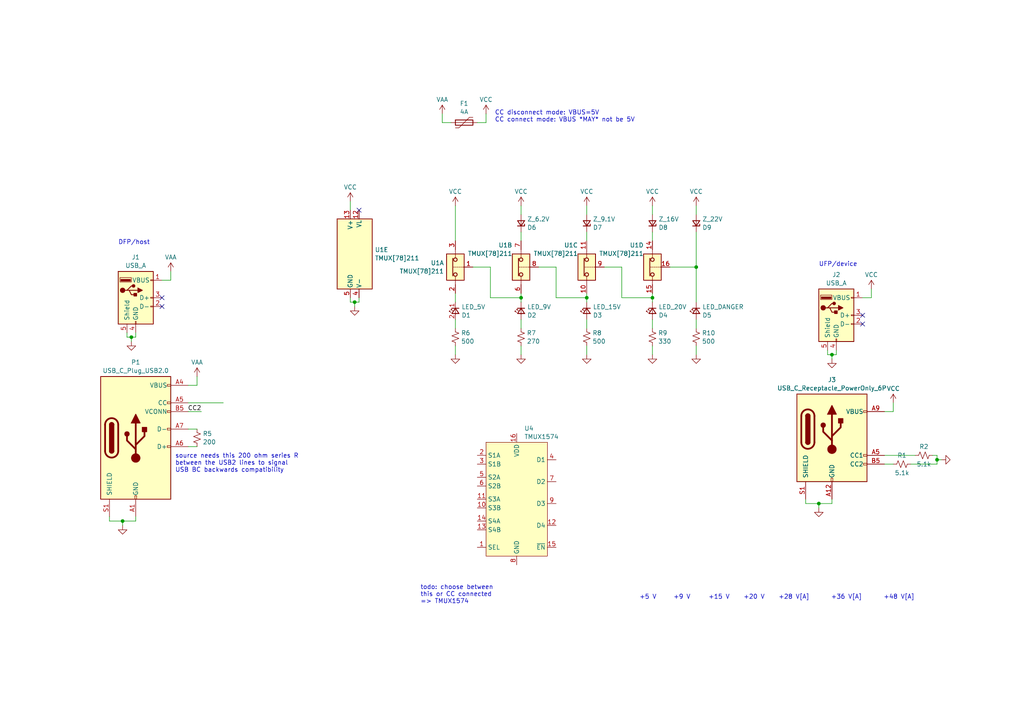
<source format=kicad_sch>
(kicad_sch (version 20230121) (generator eeschema)
  (paper "A4")
  (lib_symbols
    (symbol "Analog_Switch:MAX312CUE" (pin_names (offset 0.254))
      (property "Reference" "U" (at -3.175 5.334 0))
      (property "Value" "MAX312CUE" (at -3.175 3.556 0))
      (symbol "MAX312CUE_1_1"
        (rectangle (start -3.81 2.54) (end 3.81 -2.54) (stroke (width 0.254)) (fill (type background)))
        (circle (center -2.159 0) (radius 0.508) (stroke (width 0.254)))
        (polyline (pts (xy -5.08 0) (xy -2.794 0)))
        (polyline (pts (xy -2.54 0.762) (xy 2.54 0.762)) (stroke (width 0.254)))
        (polyline (pts (xy 0 -2.54) (xy 0 -2.032)))
        (polyline (pts (xy 0 -1.778) (xy 0 -1.524)))
        (polyline (pts (xy 0 -1.27) (xy 0 -1.016)))
        (polyline (pts (xy 0 -0.762) (xy 0 -0.508)))
        (polyline (pts (xy 0 -0.254) (xy 0 0)))
        (polyline (pts (xy 0 0.254) (xy 0 0.508)))
        (polyline (pts (xy 5.08 0) (xy 2.794 0)))
        (circle (center 2.159 0) (radius 0.508) (stroke (width 0.254)))
        (pin input line (at 0 -5.08 90) (length 2.54) (name "~") (number "1"))
        (pin passive line (at -7.62 0 0) (length 2.54) (name "~") (number "2"))
        (pin passive line (at 7.62 0 180) (length 2.54) (name "~") (number "3"))
      )
      (symbol "MAX312CUE_2_1"
        (rectangle (start -3.81 2.54) (end 3.81 -2.54) (stroke (width 0.254)) (fill (type background)))
        (circle (center -2.159 0) (radius 0.508) (stroke (width 0.254)))
        (polyline (pts (xy -5.08 0) (xy -2.794 0)))
        (polyline (pts (xy -2.54 0.762) (xy 2.54 0.762)) (stroke (width 0.254)))
        (polyline (pts (xy 0 -2.54) (xy 0 -2.032)))
        (polyline (pts (xy 0 -1.778) (xy 0 -1.524)))
        (polyline (pts (xy 0 -1.27) (xy 0 -1.016)))
        (polyline (pts (xy 0 -0.762) (xy 0 -0.508)))
        (polyline (pts (xy 0 -0.254) (xy 0 0)))
        (polyline (pts (xy 0 0.254) (xy 0 0.508)))
        (polyline (pts (xy 5.08 0) (xy 2.794 0)))
        (circle (center 2.159 0) (radius 0.508) (stroke (width 0.254)))
        (pin passive line (at -7.62 0 0) (length 2.54) (name "~") (number "6"))
        (pin passive line (at 7.62 0 180) (length 2.54) (name "~") (number "7"))
        (pin input line (at 0 -5.08 90) (length 2.54) (name "~") (number "8"))
      )
      (symbol "MAX312CUE_3_1"
        (rectangle (start -3.81 2.54) (end 3.81 -2.54) (stroke (width 0.254)) (fill (type background)))
        (circle (center -2.159 0) (radius 0.508) (stroke (width 0.254)))
        (polyline (pts (xy -5.08 0) (xy -2.794 0)))
        (polyline (pts (xy -2.54 0.762) (xy 2.54 0.762)) (stroke (width 0.254)))
        (polyline (pts (xy 0 -2.54) (xy 0 -2.032)))
        (polyline (pts (xy 0 -1.778) (xy 0 -1.524)))
        (polyline (pts (xy 0 -1.27) (xy 0 -1.016)))
        (polyline (pts (xy 0 -0.762) (xy 0 -0.508)))
        (polyline (pts (xy 0 -0.254) (xy 0 0)))
        (polyline (pts (xy 0 0.254) (xy 0 0.508)))
        (polyline (pts (xy 5.08 0) (xy 2.794 0)))
        (circle (center 2.159 0) (radius 0.508) (stroke (width 0.254)))
        (pin passive line (at -7.62 0 0) (length 2.54) (name "~") (number "10"))
        (pin passive line (at 7.62 0 180) (length 2.54) (name "~") (number "11"))
        (pin input line (at 0 -5.08 90) (length 2.54) (name "~") (number "9"))
      )
      (symbol "MAX312CUE_4_1"
        (rectangle (start -3.81 2.54) (end 3.81 -2.54) (stroke (width 0.254)) (fill (type background)))
        (circle (center -2.159 0) (radius 0.508) (stroke (width 0.254)))
        (polyline (pts (xy -5.08 0) (xy -2.794 0)))
        (polyline (pts (xy -2.54 0.762) (xy 2.54 0.762)) (stroke (width 0.254)))
        (polyline (pts (xy 0 -2.54) (xy 0 -2.032)))
        (polyline (pts (xy 0 -1.778) (xy 0 -1.524)))
        (polyline (pts (xy 0 -1.27) (xy 0 -1.016)))
        (polyline (pts (xy 0 -0.762) (xy 0 -0.508)))
        (polyline (pts (xy 0 -0.254) (xy 0 0)))
        (polyline (pts (xy 0 0.254) (xy 0 0.508)))
        (polyline (pts (xy 5.08 0) (xy 2.794 0)))
        (circle (center 2.159 0) (radius 0.508) (stroke (width 0.254)))
        (pin passive line (at 7.62 0 180) (length 2.54) (name "~") (number "14"))
        (pin passive line (at -7.62 0 0) (length 2.54) (name "~") (number "15"))
        (pin input line (at 0 -5.08 90) (length 2.54) (name "~") (number "16"))
      )
      (symbol "MAX312CUE_5_0"
        (pin power_in line (at 2.54 12.7 270) (length 2.54) (name "VL") (number "12"))
        (pin power_in line (at 0 12.7 270) (length 2.54) (name "V+") (number "13"))
        (pin power_in line (at 2.54 -12.7 90) (length 2.54) (name "V-") (number "4"))
        (pin power_in line (at 0 -12.7 90) (length 2.54) (name "GND") (number "5"))
      )
      (symbol "MAX312CUE_5_1"
        (rectangle (start -3.81 10.16) (end 6.35 -10.16) (stroke (width 0.254)) (fill (type background)))
      )
    )
    (symbol "Connector:USB_A" (pin_names (offset 1.016))
      (property "Reference" "J" (at -5.08 11.43 0))
      (property "Value" "USB_A" (at -5.08 8.89 0))
      (symbol "USB_A_0_1"
        (rectangle (start -5.08 -7.62) (end 5.08 7.62) (stroke (width 0.254)) (fill (type background)))
        (circle (center -3.81 2.159) (radius 0.635) (stroke (width 0.254)) (fill (type outline)))
        (rectangle (start -1.524 4.826) (end -4.318 5.334) (fill (type outline)))
        (rectangle (start -1.27 4.572) (end -4.572 5.842))
        (circle (center -0.635 3.429) (radius 0.381) (stroke (width 0.254)) (fill (type outline)))
        (rectangle (start -0.127 -7.62) (end 0.127 -6.858))
        (polyline (pts (xy -3.175 2.159) (xy -2.54 2.159) (xy -1.27 3.429) (xy -0.635 3.429)) (stroke (width 0.254)))
        (polyline (pts (xy -2.54 2.159) (xy -1.905 2.159) (xy -1.27 0.889) (xy 0 0.889)) (stroke (width 0.254)))
        (polyline (pts (xy 0.635 2.794) (xy 0.635 1.524) (xy 1.905 2.159) (xy 0.635 2.794)) (stroke (width 0.254)) (fill (type outline)))
        (rectangle (start 0.254 1.27) (end -0.508 0.508) (stroke (width 0.254)) (fill (type outline)))
        (rectangle (start 5.08 -2.667) (end 4.318 -2.413))
        (rectangle (start 5.08 -0.127) (end 4.318 0.127))
        (rectangle (start 5.08 4.953) (end 4.318 5.207))
      )
      (symbol "USB_A_1_1"
        (polyline (pts (xy -1.905 2.159) (xy 0.635 2.159)) (stroke (width 0.254)))
        (pin power_in line (at 7.62 5.08 180) (length 2.54) (name "VBUS") (number "1"))
        (pin bidirectional line (at 7.62 -2.54 180) (length 2.54) (name "D-") (number "2"))
        (pin bidirectional line (at 7.62 0 180) (length 2.54) (name "D+") (number "3"))
        (pin power_in line (at 0 -10.16 90) (length 2.54) (name "GND") (number "4"))
        (pin passive line (at -2.54 -10.16 90) (length 2.54) (name "Shield") (number "5"))
      )
    )
    (symbol "Connector:USB_C_Plug_USB2.0" (pin_names (offset 1.016))
      (property "Reference" "P" (at -10.16 19.05 0))
      (property "Value" "USB_C_Plug_USB2.0" (at 12.7 19.05 0))
      (symbol "USB_C_Plug_USB2.0_0_0"
        (rectangle (start -0.254 -17.78) (end 0.254 -16.764))
        (rectangle (start 10.16 -2.286) (end 9.144 -2.794))
        (rectangle (start 10.16 2.794) (end 9.144 2.286))
        (rectangle (start 10.16 7.874) (end 9.144 7.366))
        (rectangle (start 10.16 10.414) (end 9.144 9.906))
        (rectangle (start 10.16 15.494) (end 9.144 14.986))
      )
      (symbol "USB_C_Plug_USB2.0_0_1"
        (rectangle (start -10.16 17.78) (end 10.16 -17.78) (stroke (width 0.254)) (fill (type background)))
        (arc (start -8.89 -3.81) (mid -6.985 -5.7067) (end -5.08 -3.81) (stroke (width 0.508)))
        (arc (start -7.62 -3.81) (mid -6.985 -4.4423) (end -6.35 -3.81) (stroke (width 0.254)))
        (arc (start -7.62 -3.81) (mid -6.985 -4.4423) (end -6.35 -3.81) (stroke (width 0.254)) (fill (type outline)))
        (rectangle (start -7.62 -3.81) (end -6.35 3.81) (stroke (width 0.254)) (fill (type outline)))
        (arc (start -6.35 3.81) (mid -6.985 4.4423) (end -7.62 3.81) (stroke (width 0.254)))
        (arc (start -6.35 3.81) (mid -6.985 4.4423) (end -7.62 3.81) (stroke (width 0.254)) (fill (type outline)))
        (arc (start -5.08 3.81) (mid -6.985 5.7067) (end -8.89 3.81) (stroke (width 0.508)))
        (circle (center -2.54 1.143) (radius 0.635) (stroke (width 0.254)) (fill (type outline)))
        (circle (center 0 -5.842) (radius 1.27) (fill (type outline)))
        (polyline (pts (xy -8.89 -3.81) (xy -8.89 3.81)) (stroke (width 0.508)))
        (polyline (pts (xy -5.08 3.81) (xy -5.08 -3.81)) (stroke (width 0.508)))
        (polyline (pts (xy 0 -5.842) (xy 0 4.318)) (stroke (width 0.508)))
        (polyline (pts (xy 0 -3.302) (xy -2.54 -0.762) (xy -2.54 0.508)) (stroke (width 0.508)))
        (polyline (pts (xy 0 -2.032) (xy 2.54 0.508) (xy 2.54 1.778)) (stroke (width 0.508)))
        (polyline (pts (xy -1.27 4.318) (xy 0 6.858) (xy 1.27 4.318) (xy -1.27 4.318)) (stroke (width 0.254)) (fill (type outline)))
        (rectangle (start 1.905 1.778) (end 3.175 3.048) (stroke (width 0.254)) (fill (type outline)))
      )
      (symbol "USB_C_Plug_USB2.0_1_1"
        (pin passive line (at 0 -22.86 90) (length 5.08) (name "GND") (number "A1"))
        (pin passive line (at 0 -22.86 90) (length 5.08) hide (name "GND") (number "A12"))
        (pin passive line (at 15.24 15.24 180) (length 5.08) (name "VBUS") (number "A4"))
        (pin bidirectional line (at 15.24 10.16 180) (length 5.08) (name "CC") (number "A5"))
        (pin bidirectional line (at 15.24 -2.54 180) (length 5.08) (name "D+") (number "A6"))
        (pin bidirectional line (at 15.24 2.54 180) (length 5.08) (name "D-") (number "A7"))
        (pin passive line (at 15.24 15.24 180) (length 5.08) hide (name "VBUS") (number "A9"))
        (pin passive line (at 0 -22.86 90) (length 5.08) hide (name "GND") (number "B1"))
        (pin passive line (at 0 -22.86 90) (length 5.08) hide (name "GND") (number "B12"))
        (pin passive line (at 15.24 15.24 180) (length 5.08) hide (name "VBUS") (number "B4"))
        (pin bidirectional line (at 15.24 7.62 180) (length 5.08) (name "VCONN") (number "B5"))
        (pin passive line (at 15.24 15.24 180) (length 5.08) hide (name "VBUS") (number "B9"))
        (pin passive line (at -7.62 -22.86 90) (length 5.08) (name "SHIELD") (number "S1"))
      )
    )
    (symbol "Connector:USB_C_Receptacle_PowerOnly_6P" (pin_names (offset 1.016))
      (property "Reference" "J" (at 0 16.51 0))
      (property "Value" "USB_C_Receptacle_PowerOnly_6P" (at 0 13.97 0))
      (symbol "USB_C_Receptacle_PowerOnly_6P_0_0"
        (rectangle (start -0.254 -12.7) (end 0.254 -11.684))
        (rectangle (start 10.16 -7.366) (end 9.144 -7.874))
        (rectangle (start 10.16 -4.826) (end 9.144 -5.334))
        (rectangle (start 10.16 7.874) (end 9.144 7.366))
      )
      (symbol "USB_C_Receptacle_PowerOnly_6P_0_1"
        (rectangle (start -10.16 12.7) (end 10.16 -12.7) (stroke (width 0.254)) (fill (type background)))
        (arc (start -8.89 -1.27) (mid -6.985 -3.1667) (end -5.08 -1.27) (stroke (width 0.508)))
        (arc (start -7.62 -1.27) (mid -6.985 -1.9023) (end -6.35 -1.27) (stroke (width 0.254)))
        (arc (start -7.62 -1.27) (mid -6.985 -1.9023) (end -6.35 -1.27) (stroke (width 0.254)) (fill (type outline)))
        (rectangle (start -7.62 -1.27) (end -6.35 6.35) (stroke (width 0.254)) (fill (type outline)))
        (arc (start -6.35 6.35) (mid -6.985 6.9823) (end -7.62 6.35) (stroke (width 0.254)))
        (arc (start -6.35 6.35) (mid -6.985 6.9823) (end -7.62 6.35) (stroke (width 0.254)) (fill (type outline)))
        (arc (start -5.08 6.35) (mid -6.985 8.2467) (end -8.89 6.35) (stroke (width 0.508)))
        (circle (center -2.54 3.683) (radius 0.635) (stroke (width 0.254)) (fill (type outline)))
        (circle (center 0 -3.302) (radius 1.27) (fill (type outline)))
        (polyline (pts (xy -8.89 -1.27) (xy -8.89 6.35)) (stroke (width 0.508)))
        (polyline (pts (xy -5.08 6.35) (xy -5.08 -1.27)) (stroke (width 0.508)))
        (polyline (pts (xy 0 -3.302) (xy 0 6.858)) (stroke (width 0.508)))
        (polyline (pts (xy 0 -0.762) (xy -2.54 1.778) (xy -2.54 3.048)) (stroke (width 0.508)))
        (polyline (pts (xy 0 0.508) (xy 2.54 3.048) (xy 2.54 4.318)) (stroke (width 0.508)))
        (polyline (pts (xy -1.27 6.858) (xy 0 9.398) (xy 1.27 6.858) (xy -1.27 6.858)) (stroke (width 0.254)) (fill (type outline)))
        (rectangle (start 1.905 4.318) (end 3.175 5.588) (stroke (width 0.254)) (fill (type outline)))
      )
      (symbol "USB_C_Receptacle_PowerOnly_6P_1_1"
        (pin passive line (at 0 -17.78 90) (length 5.08) (name "GND") (number "A12"))
        (pin bidirectional line (at 15.24 -5.08 180) (length 5.08) (name "CC1") (number "A5"))
        (pin passive line (at 15.24 7.62 180) (length 5.08) (name "VBUS") (number "A9"))
        (pin passive line (at 0 -17.78 90) (length 5.08) hide (name "GND") (number "B12"))
        (pin bidirectional line (at 15.24 -7.62 180) (length 5.08) (name "CC2") (number "B5"))
        (pin passive line (at 15.24 7.62 180) (length 5.08) hide (name "VBUS") (number "B9"))
        (pin passive line (at -7.62 -17.78 90) (length 5.08) (name "SHIELD") (number "S1"))
      )
    )
    (symbol "Device:D_Zener_Small" (pin_numbers hide) (pin_names (offset 0.254) hide)
      (property "Reference" "D" (at 0 2.286 0))
      (property "Value" "D_Zener_Small" (at 0 -2.286 0))
      (symbol "D_Zener_Small_0_1"
        (polyline (pts (xy 0.762 0) (xy -0.762 0)))
        (polyline (pts (xy -0.254 1.016) (xy -0.762 1.016) (xy -0.762 -1.016)) (stroke (width 0.254)))
        (polyline (pts (xy 0.762 1.016) (xy -0.762 0) (xy 0.762 -1.016) (xy 0.762 1.016)) (stroke (width 0.254)))
      )
      (symbol "D_Zener_Small_1_1"
        (pin passive line (at -2.54 0 0) (length 1.778) (name "K") (number "1"))
        (pin passive line (at 2.54 0 180) (length 1.778) (name "A") (number "2"))
      )
    )
    (symbol "Device:LED_Small" (pin_numbers hide) (pin_names (offset 0.254) hide)
      (property "Reference" "D" (at -1.27 3.175 0))
      (property "Value" "LED_Small" (at -4.445 -2.54 0))
      (symbol "LED_Small_0_1"
        (polyline (pts (xy -0.762 -1.016) (xy -0.762 1.016)) (stroke (width 0.254)))
        (polyline (pts (xy 1.016 0) (xy -0.762 0)))
        (polyline (pts (xy 0.762 -1.016) (xy -0.762 0) (xy 0.762 1.016) (xy 0.762 -1.016)) (stroke (width 0.254)))
        (polyline (pts (xy 0 0.762) (xy -0.508 1.27) (xy -0.254 1.27) (xy -0.508 1.27) (xy -0.508 1.016)))
        (polyline (pts (xy 0.508 1.27) (xy 0 1.778) (xy 0.254 1.778) (xy 0 1.778) (xy 0 1.524)))
      )
      (symbol "LED_Small_1_1"
        (pin passive line (at -2.54 0 0) (length 1.778) (name "K") (number "1"))
        (pin passive line (at 2.54 0 180) (length 1.778) (name "A") (number "2"))
      )
    )
    (symbol "Device:Polyfuse" (pin_numbers hide) (pin_names (offset 0))
      (property "Reference" "F" (at -2.54 0 90))
      (property "Value" "Polyfuse" (at 2.54 0 90))
      (symbol "Polyfuse_0_1"
        (rectangle (start -0.762 2.54) (end 0.762 -2.54) (stroke (width 0.254)))
        (polyline (pts (xy 0 2.54) (xy 0 -2.54)))
        (polyline (pts (xy -1.524 2.54) (xy -1.524 1.524) (xy 1.524 -1.524) (xy 1.524 -2.54)))
      )
      (symbol "Polyfuse_1_1"
        (pin passive line (at 0 3.81 270) (length 1.27) (name "~") (number "1"))
        (pin passive line (at 0 -3.81 90) (length 1.27) (name "~") (number "2"))
      )
    )
    (symbol "Device:R_Small_US" (pin_numbers hide) (pin_names (offset 0.254) hide)
      (property "Reference" "R" (at 0.762 0.508 0))
      (property "Value" "R_Small_US" (at 0.762 -1.016 0))
      (symbol "R_Small_US_1_1"
        (polyline (pts (xy 0 0) (xy 1.016 -0.381) (xy 0 -0.762) (xy -1.016 -1.143) (xy 0 -1.524)))
        (polyline (pts (xy 0 1.524) (xy 1.016 1.143) (xy 0 0.762) (xy -1.016 0.381) (xy 0 0)))
        (pin passive line (at 0 2.54 270) (length 1.016) (name "~") (number "1"))
        (pin passive line (at 0 -2.54 90) (length 1.016) (name "~") (number "2"))
      )
    )
    (symbol "GND_1" (power) (pin_numbers hide) (pin_names (offset 0) hide)
      (property "Value" "GND_1" (at 0 -3.81 0))
      (symbol "GND_1_0_1"
        (polyline (pts (xy 0 0) (xy 0 -1.27) (xy 1.27 -1.27) (xy 0 -2.54) (xy -1.27 -1.27) (xy 0 -1.27)))
      )
      (symbol "GND_1_1_1"
        (pin power_in line (at 0 0 270) (length 0) hide (name "GND") (number "1"))
      )
    )
    (symbol "LED_Small_1" (pin_names (offset 0.254) hide)
      (property "Reference" "D" (at -1.27 3.175 0))
      (property "Value" "LED_Small" (at -4.445 -2.54 0))
      (symbol "LED_Small_1_0_1"
        (polyline (pts (xy -0.762 -1.016) (xy -0.762 1.016)) (stroke (width 0.254)))
        (polyline (pts (xy 1.016 0) (xy -0.762 0)))
        (polyline (pts (xy 0.762 -1.016) (xy -0.762 0) (xy 0.762 1.016) (xy 0.762 -1.016)) (stroke (width 0.254)))
        (polyline (pts (xy 0 0.762) (xy -0.508 1.27) (xy -0.254 1.27) (xy -0.508 1.27) (xy -0.508 1.016)))
        (polyline (pts (xy 0.508 1.27) (xy 0 1.778) (xy 0.254 1.778) (xy 0 1.778) (xy 0 1.524)))
      )
      (symbol "LED_Small_1_1_1"
        (pin passive line (at -2.54 0 0) (length 1.778) (name "K") (number "1"))
        (pin passive line (at 2.54 0 180) (length 1.778) (name "A") (number "2"))
      )
    )
    (symbol "Reference_Current:PSSI2021SAY"
      (property "Reference" "U" (at 1.27 8.255 0))
      (property "Value" "PSSI2021SAY" (at 1.27 6.35 0))
      (symbol "PSSI2021SAY_0_1"
        (pin power_out line (at 5.08 0 180) (length 2.54) (name "~") (number "2"))
      )
      (symbol "PSSI2021SAY_1_1"
        (rectangle (start -2.54 5.08) (end 2.54 -5.08) (stroke (width 0.254)) (fill (type background)))
        (polyline (pts (xy -1.778 0.508) (xy -1.016 0.508)))
        (polyline (pts (xy -1.778 4.445) (xy -1.016 4.445)))
        (polyline (pts (xy -1.397 4.826) (xy -1.397 4.064)))
        (polyline (pts (xy 0 3.937) (xy 0 1.143)) (stroke (width 0.254)))
        (polyline (pts (xy 0 5.08) (xy 0 4.445)))
        (polyline (pts (xy 2.54 0) (xy 0 0) (xy 0 0.635)))
        (polyline (pts (xy 0 1.016) (xy -0.254 1.524) (xy 0.254 1.524) (xy 0 1.016)) (stroke (width 0.254)))
        (polyline (pts (xy 2.54 2.54) (xy 1.778 2.54) (xy 1.778 2.667) (xy 1.524 2.54) (xy 1.778 2.413) (xy 1.778 2.54)))
        (circle (center 0 1.905) (radius 1.27))
        (circle (center 0 3.175) (radius 1.27))
        (pin no_connect line (at -2.54 -2.54 0) (length 2.54) hide (name "NC") (number "1"))
        (pin power_in line (at 0 -7.62 90) (length 2.54) (name "GND") (number "3"))
        (pin passive line (at 5.08 2.54 180) (length 2.54) (name "~") (number "4"))
        (pin power_in line (at 0 7.62 270) (length 2.54) (name "~") (number "5"))
      )
    )
    (symbol "power:GND" (power) (pin_numbers hide) (pin_names (offset 0) hide)
      (property "Value" "GND" (at 0 -3.81 0))
      (symbol "GND_0_1"
        (polyline (pts (xy 0 0) (xy 0 -1.27) (xy 1.27 -1.27) (xy 0 -2.54) (xy -1.27 -1.27) (xy 0 -1.27)))
      )
      (symbol "GND_1_1"
        (pin power_in line (at 0 0 270) (length 0) hide (name "GND") (number "1"))
      )
    )
    (symbol "power:VAA" (power) (pin_numbers hide) (pin_names (offset 0) hide)
      (property "Value" "VAA" (at 0 3.81 0))
      (symbol "VAA_0_1"
        (polyline (pts (xy -0.762 1.27) (xy 0 2.54)))
        (polyline (pts (xy 0 0) (xy 0 2.54)))
        (polyline (pts (xy 0 2.54) (xy 0.762 1.27)))
      )
      (symbol "VAA_1_1"
        (pin power_in line (at 0 0 90) (length 0) hide (name "VAA") (number "1"))
      )
    )
    (symbol "power:VCC" (power) (pin_numbers hide) (pin_names (offset 0) hide)
      (property "Value" "VCC" (at 0 3.81 0))
      (symbol "VCC_0_1"
        (polyline (pts (xy -0.762 1.27) (xy 0 2.54)))
        (polyline (pts (xy 0 0) (xy 0 2.54)))
        (polyline (pts (xy 0 2.54) (xy 0.762 1.27)))
      )
      (symbol "VCC_1_1"
        (pin power_in line (at 0 0 90) (length 0) hide (name "VCC") (number "1"))
      )
    )
    (symbol "usbcondom:TMUX1574"
      (property "Reference" "U" (at 0 0 0))
      (property "Value" "TMUX1574" (at 0 0 0))
      (symbol "TMUX1574_1_1"
        (rectangle (start -8.89 16.51) (end 8.89 -16.51) (fill (type background)))
        (pin input line (at -11.43 -13.97 0) (length 2.54) (name "SEL") (number "1"))
        (pin passive line (at -11.43 -2.54 0) (length 2.54) (name "S3B") (number "10"))
        (pin passive line (at -11.43 0 0) (length 2.54) (name "S3A") (number "11"))
        (pin passive line (at 11.43 -7.62 180) (length 2.54) (name "D4") (number "12"))
        (pin passive line (at -11.43 -8.89 0) (length 2.54) (name "S4B") (number "13"))
        (pin passive line (at -11.43 -6.35 0) (length 2.54) (name "S4A") (number "14"))
        (pin input line (at 11.43 -13.97 180) (length 2.54) (name "~{EN}") (number "15"))
        (pin power_in line (at 0 19.05 270) (length 2.54) (name "VDD") (number "16"))
        (pin passive line (at -11.43 12.7 0) (length 2.54) (name "S1A") (number "2"))
        (pin passive line (at -11.43 10.16 0) (length 2.54) (name "S1B") (number "3"))
        (pin passive line (at 11.43 11.43 180) (length 2.54) (name "D1") (number "4"))
        (pin passive line (at -11.43 6.35 0) (length 2.54) (name "S2A") (number "5"))
        (pin passive line (at -11.43 3.81 0) (length 2.54) (name "S2B") (number "6"))
        (pin passive line (at 11.43 5.08 180) (length 2.54) (name "D2") (number "7"))
        (pin power_in line (at 0 -19.05 90) (length 2.54) (name "GND") (number "8"))
        (pin passive line (at 11.43 -1.27 180) (length 2.54) (name "D3") (number "9"))
      )
    )
  )
  (junction (at 102.87 87.63))
  (junction (at -71.12 163.83))
  (junction (at 189.23 86.36))
  (junction (at 38.1 97.79))
  (junction (at 237.49 146.05))
  (junction (at 170.18 86.36))
  (junction (at 201.93 77.47))
  (junction (at 271.78 133.35))
  (junction (at 35.56 151.13))
  (junction (at 241.3 102.87))
  (junction (at -46.99 163.83))
  (junction (at 151.13 86.36))
  (no_connect (at 46.99 88.9))
  (no_connect (at 250.19 93.98))
  (no_connect (at 46.99 86.36))
  (no_connect (at 104.14 60.96))
  (no_connect (at 250.19 91.44))
  (wire (pts (xy 102.87 87.63) (xy 104.14 87.63)))
  (wire (pts (xy 259.08 119.38) (xy 259.08 116.84)))
  (wire (pts (xy 237.49 146.05) (xy 237.49 147.32)))
  (wire (pts (xy 189.23 86.36) (xy 189.23 87.63)))
  (wire (pts (xy 201.93 92.71) (xy 201.93 95.25)))
  (wire (pts (xy 256.54 132.08) (xy 265.43 132.08)))
  (wire (pts (xy 161.29 86.36) (xy 170.18 86.36)))
  (wire (pts (xy 233.68 144.78) (xy 233.68 146.05)))
  (wire (pts (xy -67.31 163.83) (xy -67.31 168.91)))
  (wire (pts (xy 241.3 144.78) (xy 241.3 146.05)))
  (wire (pts (xy 54.61 111.76) (xy 57.15 111.76)))
  (wire (pts (xy 201.93 100.33) (xy 201.93 102.87)))
  (wire (pts (xy 142.24 77.47) (xy 142.24 86.36)))
  (wire (pts (xy 189.23 62.23) (xy 189.23 59.69)))
  (wire (pts (xy -52.07 176.53) (xy -48.26 176.53)))
  (wire (pts (xy 137.16 77.47) (xy 142.24 77.47)))
  (wire (pts (xy 241.3 102.87) (xy 241.3 104.14)))
  (wire (pts (xy 241.3 102.87) (xy 242.57 102.87)))
  (wire (pts (xy 194.31 77.47) (xy 201.93 77.47)))
  (wire (pts (xy 38.1 97.79) (xy 38.1 99.06)))
  (wire (pts (xy 102.87 87.63) (xy 102.87 88.9)))
  (wire (pts (xy 271.78 132.08) (xy 271.78 133.35)))
  (wire (pts (xy 252.73 86.36) (xy 252.73 83.82)))
  (wire (pts (xy 130.81 35.56) (xy 128.27 35.56)))
  (wire (pts (xy 35.56 151.13) (xy 35.56 152.4)))
  (wire (pts (xy 250.19 86.36) (xy 252.73 86.36)))
  (wire (pts (xy 46.99 81.28) (xy 49.53 81.28)))
  (wire (pts (xy 180.34 86.36) (xy 189.23 86.36)))
  (wire (pts (xy 270.51 132.08) (xy 271.78 132.08)))
  (wire (pts (xy 151.13 86.36) (xy 151.13 87.63)))
  (wire (pts (xy 151.13 85.09) (xy 151.13 86.36)))
  (wire (pts (xy 237.49 146.05) (xy 241.3 146.05)))
  (wire (pts (xy 180.34 77.47) (xy 180.34 86.36)))
  (wire (pts (xy -50.8 173.99) (xy -50.8 171.45)))
  (wire (pts (xy -74.93 166.37) (xy -74.93 163.83)))
  (wire (pts (xy -74.93 163.83) (xy -71.12 163.83)))
  (wire (pts (xy 170.18 92.71) (xy 170.18 95.25)))
  (wire (pts (xy 132.08 100.33) (xy 132.08 102.87)))
  (wire (pts (xy -72.39 173.99) (xy -74.93 173.99)))
  (wire (pts (xy -71.12 163.83) (xy -67.31 163.83)))
  (wire (pts (xy 54.61 119.38) (xy 58.42 119.38)))
  (wire (pts (xy 151.13 100.33) (xy 151.13 102.87)))
  (wire (pts (xy -43.18 184.15) (xy -43.18 186.69)))
  (wire (pts (xy -71.12 161.29) (xy -71.12 163.83)))
  (wire (pts (xy 49.53 81.28) (xy 49.53 78.74)))
  (wire (pts (xy -48.26 173.99) (xy -50.8 173.99)))
  (wire (pts (xy 242.57 102.87) (xy 242.57 101.6)))
  (wire (pts (xy -74.93 173.99) (xy -74.93 171.45)))
  (wire (pts (xy 132.08 85.09) (xy 132.08 87.63)))
  (wire (pts (xy 264.16 134.62) (xy 271.78 134.62)))
  (wire (pts (xy -50.8 163.83) (xy -46.99 163.83)))
  (wire (pts (xy 170.18 100.33) (xy 170.18 102.87)))
  (wire (pts (xy 101.6 86.36) (xy 101.6 87.63)))
  (wire (pts (xy 36.83 97.79) (xy 38.1 97.79)))
  (wire (pts (xy 132.08 59.69) (xy 132.08 69.85)))
  (wire (pts (xy 156.21 77.47) (xy 161.29 77.47)))
  (wire (pts (xy -67.31 184.15) (xy -67.31 186.69)))
  (wire (pts (xy -46.99 161.29) (xy -46.99 163.83)))
  (wire (pts (xy 201.93 77.47) (xy 201.93 87.63)))
  (wire (pts (xy 104.14 86.36) (xy 104.14 87.63)))
  (wire (pts (xy 31.75 151.13) (xy 35.56 151.13)))
  (wire (pts (xy 175.26 77.47) (xy 180.34 77.47)))
  (wire (pts (xy 189.23 92.71) (xy 189.23 95.25)))
  (wire (pts (xy 201.93 62.23) (xy 201.93 59.69)))
  (wire (pts (xy 31.75 149.86) (xy 31.75 151.13)))
  (wire (pts (xy 101.6 87.63) (xy 102.87 87.63)))
  (wire (pts (xy 151.13 92.71) (xy 151.13 95.25)))
  (wire (pts (xy 189.23 85.09) (xy 189.23 86.36)))
  (wire (pts (xy -46.99 163.83) (xy -43.18 163.83)))
  (wire (pts (xy 39.37 149.86) (xy 39.37 151.13)))
  (wire (pts (xy 54.61 129.54) (xy 57.15 129.54)))
  (wire (pts (xy 35.56 151.13) (xy 39.37 151.13)))
  (wire (pts (xy 138.43 35.56) (xy 140.97 35.56)))
  (wire (pts (xy -50.8 166.37) (xy -50.8 163.83)))
  (wire (pts (xy 54.61 124.46) (xy 57.15 124.46)))
  (wire (pts (xy 189.23 100.33) (xy 189.23 102.87)))
  (wire (pts (xy 170.18 86.36) (xy 170.18 87.63)))
  (wire (pts (xy 54.61 116.84) (xy 64.77 116.84)))
  (wire (pts (xy 170.18 85.09) (xy 170.18 86.36)))
  (wire (pts (xy 240.03 102.87) (xy 241.3 102.87)))
  (wire (pts (xy 170.18 62.23) (xy 170.18 59.69)))
  (wire (pts (xy 256.54 119.38) (xy 259.08 119.38)))
  (wire (pts (xy 256.54 134.62) (xy 259.08 134.62)))
  (wire (pts (xy 161.29 77.47) (xy 161.29 86.36)))
  (wire (pts (xy 189.23 67.31) (xy 189.23 69.85)))
  (wire (pts (xy 271.78 133.35) (xy 273.05 133.35)))
  (wire (pts (xy 201.93 67.31) (xy 201.93 77.47)))
  (wire (pts (xy 240.03 101.6) (xy 240.03 102.87)))
  (wire (pts (xy 233.68 146.05) (xy 237.49 146.05)))
  (wire (pts (xy 170.18 67.31) (xy 170.18 69.85)))
  (wire (pts (xy 151.13 62.23) (xy 151.13 59.69)))
  (wire (pts (xy 38.1 97.79) (xy 39.37 97.79)))
  (wire (pts (xy 101.6 58.42) (xy 101.6 60.96)))
  (wire (pts (xy 57.15 111.76) (xy 57.15 109.22)))
  (wire (pts (xy 36.83 96.52) (xy 36.83 97.79)))
  (wire (pts (xy 151.13 67.31) (xy 151.13 69.85)))
  (wire (pts (xy 140.97 35.56) (xy 140.97 33.02)))
  (wire (pts (xy 271.78 134.62) (xy 271.78 133.35)))
  (wire (pts (xy -43.18 163.83) (xy -43.18 168.91)))
  (wire (pts (xy 128.27 35.56) (xy 128.27 33.02)))
  (wire (pts (xy 39.37 97.79) (xy 39.37 96.52)))
  (wire (pts (xy 132.08 92.71) (xy 132.08 95.25)))
  (wire (pts (xy 142.24 86.36) (xy 151.13 86.36)))
  (text "DFP/host" (at 34.29 71.12 0) (effects (font (size 1.27 1.27)) (justify left bottom)))
  (text "source needs this 200 ohm series R\nbetween the USB2 lines to signal\nUSB BC backwards compatibility" (at 50.8 137.16 0) (effects (font (size 1.27 1.27)) (justify left bottom)))
  (text "must be 56k (5V) or 36k (3V3), or 80µA" (at -64.77 162.56 0) (effects (font (size 1.27 1.27)) (justify left bottom)))
  (text "UFP/device" (at 237.49 77.47 0) (effects (font (size 1.27 1.27)) (justify left bottom)))
  (text "todo: choose between\nthis or CC connected\n=> TMUX1574" (at 121.92 175.26 0) (effects (font (size 1.27 1.27)) (justify left bottom)))
  (text "CC disconnect mode: VBUS=5V\nCC connect mode: VBUS *MAY* not be 5V" (at 143.51 35.56 0) (effects (font (size 1.27 1.27)) (justify left bottom)))
  (text "+5 V 	+9 V 	+15 V 	+20 V 	+28 V[A] 	+36 V[A] 	+48 V[A]" (at 185.42 173.99 0) (effects (font (size 1.27 1.27)) (justify left bottom)))
  (label "CC2" (at -52.07 176.53 0))
  (label "CC2" (at 58.42 119.38 180))
  (symbol (lib_id "Connector:USB_A") (at 242.57 91.44 0) (unit 1)
    (property "Reference" "J2" (at 242.57 79.6757 0))
    (property "Value" "USB_A" (at 242.57 82.0999 0))
    (property "Datasheet" " ~" (effects hide))
    (property "Sim.Enable" "0" (effects hide))
  )
  (symbol (lib_id "power:VAA") (at -46.99 161.29 0) (unit 1)
    (property "Reference" "#PWR025" (effects hide))
    (property "Value" "VAA" (at -46.99 157.1569 0))
  )
  (symbol (lib_id "Device:R_Small_US") (at -74.93 168.91 180) (unit 1)
    (property "Reference" "R3" (at -77.47 168.91 90))
    (property "Value" "9.5k" (at -72.39 168.91 90))
    (property "Sim.Enable" "0" (effects hide))
  )
  (symbol (lib_name "GND_1") (lib_id "power:GND") (at 189.23 102.87 0) (unit 1)
    (property "Reference" "#PWR020" (effects hide))
    (property "Value" "GND" (effects hide))
  )
  (symbol (lib_id "Device:D_Zener_Small") (at 189.23 64.77 270) (mirror x) (unit 1)
    (property "Reference" "D8" (at 191.008 65.9821 90) (effects (justify left)))
    (property "Value" "Z_16V" (at 191.008 63.5579 90) (effects (justify left)))
    (property "Sim.Device" "SUBCKT" (effects hide))
    (property "Sim.Pins" "1=1 2=2" (effects hide))
    (property "Sim.Library" "spice/MMSZ5246B-Z_16.spice.txt" (effects hide))
    (property "Sim.Name" "DI_MMSZ5246B" (effects hide))
  )
  (symbol (lib_id "Analog_Switch:MAX312CUE") (at 170.18 77.47 90) (unit 3)
    (property "Reference" "U1" (at 167.64 71.12 90) (effects (justify left)))
    (property "Value" "TMUX[78]211" (at 167.64 73.5442 90) (effects (justify left)))
    (property "Footprint" "Package_SO:TSSOP-16_4.4x5mm_P0.65mm" (effects hide))
    (property "Datasheet" "https://www.ti.com/lit/ds/symlink/tmux7211.pdf" (effects hide))
    (property "Sim.Library" "spice/TMUX6211.lib" (effects hide))
    (property "Sim.Name" "TMUX6211" (effects hide))
    (property "Sim.Device" "SUBCKT" (effects hide))
    (property "Sim.Pins" "1=SEL1 2=D1 3=S1 4=VSS 5=GND 6=S4 7=D4 8=SEL4 9=SEL3 10=D3 11=S3 12=NC 13=VDD 14=S2 15=D2 16=SEL2" (effects hide))
    (property "Sim.Enable" "0" (effects hide))
  )
  (symbol (lib_id "Connector:USB_C_Plug_USB2.0") (at 39.37 127 0) (unit 1)
    (property "Reference" "P1" (at 39.37 105.0757 0))
    (property "Value" "USB_C_Plug_USB2.0" (at 39.37 107.4999 0))
    (property "Datasheet" "https://www.usb.org/sites/default/files/documents/usb_type-c.zip" (effects hide))
    (property "Sim.Enable" "0" (effects hide))
  )
  (symbol (lib_id "Device:R_Small_US") (at 170.18 97.79 0) (unit 1)
    (property "Reference" "R8" (at 171.831 96.5779 0) (effects (justify left)))
    (property "Value" "500" (at 171.831 99.0021 0) (effects (justify left)))
  )
  (symbol (lib_id "Connector:USB_A") (at 39.37 86.36 0) (unit 1)
    (property "Reference" "J1" (at 39.37 74.5957 0))
    (property "Value" "USB_A" (at 39.37 77.0199 0))
    (property "Datasheet" " ~" (effects hide))
    (property "Sim.Enable" "0" (effects hide))
  )
  (symbol (lib_name "GND_1") (lib_id "power:GND") (at 151.13 102.87 0) (unit 1)
    (property "Reference" "#PWR016" (effects hide))
    (property "Value" "GND" (effects hide))
  )
  (symbol (lib_id "power:VCC") (at 201.93 59.69 0) (unit 1)
    (property "Reference" "#PWR021" (effects hide))
    (property "Value" "VCC" (at 201.93 55.5569 0))
  )
  (symbol (lib_id "Device:LED_Small") (at 201.93 90.17 90) (mirror x) (unit 1)
    (property "Reference" "D5" (at 203.708 91.4456 90) (effects (justify right)))
    (property "Value" "LED_DANGER" (at 203.708 89.0214 90) (effects (justify right)))
    (property "Sim.Device" "D" (effects hide))
    (property "Sim.Pins" "1=A 2=K" (effects hide))
    (property "Sim.Params" "vj=2.1" (effects hide))
  )
  (symbol (lib_id "Device:R_Small_US") (at 57.15 127 0) (unit 1)
    (property "Reference" "R5" (at 58.801 125.7879 0) (effects (justify left)))
    (property "Value" "200" (at 58.801 128.2121 0) (effects (justify left)))
    (property "Sim.Enable" "0" (effects hide))
  )
  (symbol (lib_id "power:VCC") (at 101.6 58.42 0) (unit 1)
    (property "Reference" "#PWR023" (effects hide))
    (property "Value" "VCC" (at 101.6 54.2869 0))
  )
  (symbol (lib_id "power:VAA") (at -71.12 161.29 0) (unit 1)
    (property "Reference" "#PWR024" (effects hide))
    (property "Value" "VAA" (at -71.12 157.1569 0))
  )
  (symbol (lib_name "GND_1") (lib_id "power:GND") (at 102.87 88.9 0) (unit 1)
    (property "Reference" "#PWR029" (effects hide))
    (property "Value" "GND" (effects hide))
  )
  (symbol (lib_id "Device:LED_Small") (at 170.18 90.17 90) (mirror x) (unit 1)
    (property "Reference" "D3" (at 171.958 91.4456 90) (effects (justify right)))
    (property "Value" "LED_15V" (at 171.958 89.0214 90) (effects (justify right)))
    (property "Sim.Device" "D" (effects hide))
    (property "Sim.Pins" "1=A 2=K" (effects hide))
    (property "Sim.Params" "vj=2.1" (effects hide))
  )
  (symbol (lib_id "power:VCC") (at 151.13 59.69 0) (unit 1)
    (property "Reference" "#PWR015" (effects hide))
    (property "Value" "VCC" (at 151.13 55.5569 0))
  )
  (symbol (lib_id "Device:D_Zener_Small") (at 201.93 64.77 270) (mirror x) (unit 1)
    (property "Reference" "D9" (at 203.708 65.9821 90) (effects (justify left)))
    (property "Value" "Z_22V" (at 203.708 63.5579 90) (effects (justify left)))
    (property "Sim.Device" "SUBCKT" (effects hide))
    (property "Sim.Pins" "1=1 2=2" (effects hide))
    (property "Sim.Library" "spice/MMSZ5251B-Z_22.spice.txt" (effects hide))
    (property "Sim.Name" "DI_MMSZ5251B" (effects hide))
  )
  (symbol (lib_id "power:VAA") (at 128.27 33.02 0) (mirror y) (unit 1)
    (property "Reference" "#PWR011" (effects hide))
    (property "Value" "VAA" (at 128.27 28.8869 0))
  )
  (symbol (lib_id "Device:R_Small_US") (at 189.23 97.79 0) (unit 1)
    (property "Reference" "R9" (at 190.881 96.5779 0) (effects (justify left)))
    (property "Value" "330" (at 190.881 99.0021 0) (effects (justify left)))
  )
  (symbol (lib_name "GND_1") (lib_id "power:GND") (at 132.08 102.87 0) (unit 1)
    (property "Reference" "#PWR014" (effects hide))
    (property "Value" "GND" (effects hide))
  )
  (symbol (lib_id "power:VCC") (at 132.08 59.69 0) (unit 1)
    (property "Reference" "#PWR013" (effects hide))
    (property "Value" "VCC" (at 132.08 55.5569 0))
  )
  (symbol (lib_id "Device:R_Small_US") (at 201.93 97.79 0) (unit 1)
    (property "Reference" "R10" (at 203.581 96.5779 0) (effects (justify left)))
    (property "Value" "500" (at 203.581 99.0021 0) (effects (justify left)))
  )
  (symbol (lib_id "Device:R_Small_US") (at 261.62 134.62 90) (unit 1)
    (property "Reference" "R1" (at 261.62 132.08 90))
    (property "Value" "5.1k" (at 261.62 137.16 90))
    (property "Sim.Enable" "0" (effects hide))
  )
  (symbol (lib_id "power:GND") (at 38.1 99.06 0) (unit 1)
    (property "Reference" "#PWR03" (effects hide))
    (property "Value" "GND" (effects hide))
  )
  (symbol (lib_id "power:VCC") (at 189.23 59.69 0) (unit 1)
    (property "Reference" "#PWR019" (effects hide))
    (property "Value" "VCC" (at 189.23 55.5569 0))
  )
  (symbol (lib_id "Device:R_Small_US") (at 151.13 97.79 0) (unit 1)
    (property "Reference" "R7" (at 152.781 96.5779 0) (effects (justify left)))
    (property "Value" "270" (at 152.781 99.0021 0) (effects (justify left)))
    (property "Sim.Device" "R" (effects hide))
    (property "Sim.Pins" "1=+ 2=-" (effects hide))
  )
  (symbol (lib_id "power:VAA") (at 57.15 109.22 0) (unit 1)
    (property "Reference" "#PWR09" (effects hide))
    (property "Value" "VAA" (at 57.15 105.0869 0))
  )
  (symbol (lib_id "Reference_Current:PSSI2021SAY") (at -43.18 176.53 0) (mirror y) (unit 1)
    (property "Reference" "U3" (at -39.8781 175.3179 0) (effects (justify right)))
    (property "Value" "PSSI2021SAY" (at -39.8781 177.7421 0) (effects (font italic) (justify right)))
    (property "Footprint" "Package_TO_SOT_SMD:SOT-353_SC-70-5" (effects hide))
    (property "Datasheet" "https://assets.nexperia.com/documents/data-sheet/PSSI2021SAY.pdf" (effects hide))
  )
  (symbol (lib_id "Analog_Switch:MAX312CUE") (at 101.6 73.66 0) (unit 5)
    (property "Reference" "U1" (at 108.712 72.4479 0) (effects (justify left)))
    (property "Value" "TMUX[78]211" (at 108.712 74.8721 0) (effects (justify left)))
    (property "Footprint" "Package_SO:TSSOP-16_4.4x5mm_P0.65mm" (effects hide))
    (property "Datasheet" "https://www.ti.com/lit/ds/symlink/tmux7211.pdf" (effects hide))
    (property "Sim.Library" "spice/TMUX6211.lib" (effects hide))
    (property "Sim.Name" "TMUX6211" (effects hide))
    (property "Sim.Device" "SUBCKT" (effects hide))
    (property "Sim.Pins" "1=SEL1 2=D1 3=S1 4=VSS 5=GND 6=S4 7=D4 8=SEL4 9=SEL3 10=D3 11=S3 12=NC 13=VDD 14=S2 15=D2 16=SEL2" (effects hide))
    (property "Sim.Enable" "0" (effects hide))
  )
  (symbol (lib_id "Device:D_Zener_Small") (at 151.13 64.77 270) (mirror x) (unit 1)
    (property "Reference" "D6" (at 152.908 65.9821 90) (effects (justify left)))
    (property "Value" "Z_6.2V" (at 152.908 63.5579 90) (effects (justify left)))
    (property "Sim.Device" "SUBCKT" (effects hide))
    (property "Sim.Pins" "1=1 2=2" (effects hide))
    (property "Sim.Library" "spice/MMSZ5234B-Z_6.2.spice.txt" (effects hide))
    (property "Sim.Name" "DI_MMSZ5234B" (effects hide))
  )
  (symbol (lib_id "Device:LED_Small") (at 189.23 90.17 90) (mirror x) (unit 1)
    (property "Reference" "D4" (at 191.008 91.4456 90) (effects (justify right)))
    (property "Value" "LED_20V" (at 191.008 89.0214 90) (effects (justify right)))
    (property "Sim.Device" "D" (effects hide))
    (property "Sim.Pins" "1=A 2=K" (effects hide))
  )
  (symbol (lib_id "Analog_Switch:MAX312CUE") (at 151.13 77.47 90) (unit 2)
    (property "Reference" "U1" (at 148.59 71.12 90) (effects (justify left)))
    (property "Value" "TMUX[78]211" (at 148.59 73.5442 90) (effects (justify left)))
    (property "Footprint" "Package_SO:TSSOP-16_4.4x5mm_P0.65mm" (effects hide))
    (property "Datasheet" "https://www.ti.com/lit/ds/symlink/tmux7211.pdf" (effects hide))
    (property "Sim.Library" "spice/TMUX6211.lib" (effects hide))
    (property "Sim.Name" "TMUX6211" (effects hide))
    (property "Sim.Device" "SUBCKT" (effects hide))
    (property "Sim.Pins" "1=SEL1 2=D1 3=S1 4=VSS 5=GND 6=S4 7=D4 8=SEL4 9=SEL3 10=D3 11=S3 12=NC 13=VDD 14=S2 15=D2 16=SEL2" (effects hide))
    (property "Sim.Enable" "0" (effects hide))
  )
  (symbol (lib_id "Connector:USB_C_Receptacle_PowerOnly_6P") (at 241.3 127 0) (unit 1)
    (property "Reference" "J3" (at 241.3 110.1557 0))
    (property "Value" "USB_C_Receptacle_PowerOnly_6P" (at 241.3 112.5799 0))
    (property "Datasheet" "https://www.usb.org/sites/default/files/documents/usb_type-c.zip" (effects hide))
    (property "Sim.Enable" "0" (effects hide))
  )
  (symbol (lib_id "Device:Polyfuse") (at 134.62 35.56 90) (unit 1)
    (property "Reference" "F1" (at 134.62 30.0187 90))
    (property "Value" "4A" (at 134.62 32.4429 90))
    (property "Footprint" "Fuse:Fuse_1812_4532Metric" (effects hide))
    (property "Sim.Enable" "0" (effects hide))
  )
  (symbol (lib_id "power:VCC") (at 170.18 59.69 0) (unit 1)
    (property "Reference" "#PWR017" (effects hide))
    (property "Value" "VCC" (at 170.18 55.5569 0))
  )
  (symbol (lib_id "power:GND") (at 35.56 152.4 0) (unit 1)
    (property "Reference" "#PWR06" (effects hide))
    (property "Value" "GND" (effects hide))
  )
  (symbol (lib_id "power:VAA") (at 49.53 78.74 0) (unit 1)
    (property "Reference" "#PWR01" (effects hide))
    (property "Value" "VAA" (at 49.53 74.6069 0))
  )
  (symbol (lib_id "power:GND") (at -67.31 186.69 0) (unit 1)
    (property "Reference" "#PWR026" (effects hide))
    (property "Value" "GND" (effects hide))
  )
  (symbol (lib_name "GND_1") (lib_id "power:GND") (at 170.18 102.87 0) (unit 1)
    (property "Reference" "#PWR018" (effects hide))
    (property "Value" "GND" (effects hide))
  )
  (symbol (lib_id "power:GND") (at 241.3 104.14 0) (unit 1)
    (property "Reference" "#PWR04" (effects hide))
    (property "Value" "GND" (effects hide))
  )
  (symbol (lib_id "power:GND") (at -43.18 186.69 0) (unit 1)
    (property "Reference" "#PWR027" (effects hide))
    (property "Value" "GND" (effects hide))
  )
  (symbol (lib_id "Reference_Current:PSSI2021SAY") (at -67.31 176.53 0) (mirror y) (unit 1)
    (property "Reference" "U2" (at -64.0081 175.3179 0) (effects (justify right)))
    (property "Value" "PSSI2021SAY" (at -64.0081 177.7421 0) (effects (font italic) (justify right)))
    (property "Footprint" "Package_TO_SOT_SMD:SOT-353_SC-70-5" (effects hide))
    (property "Datasheet" "https://assets.nexperia.com/documents/data-sheet/PSSI2021SAY.pdf" (effects hide))
  )
  (symbol (lib_id "Analog_Switch:MAX312CUE") (at 132.08 77.47 90) (unit 1)
    (property "Reference" "U1" (at 128.7781 76.2579 90) (effects (justify left)))
    (property "Value" "TMUX[78]211" (at 128.7781 78.6821 90) (effects (justify left)))
    (property "Footprint" "Package_SO:TSSOP-16_4.4x5mm_P0.65mm" (effects hide))
    (property "Datasheet" "https://www.ti.com/lit/ds/symlink/tmux7211.pdf" (effects hide))
    (property "Sim.Library" "spice/TMUX6211.lib" (effects hide))
    (property "Sim.Name" "TMUX6211" (effects hide))
    (property "Sim.Device" "SUBCKT" (effects hide))
    (property "Sim.Pins" "1=SEL1 2=D1 3=S1 4=VSS 5=GND 6=S4 7=D4 8=SEL4 9=SEL3 10=D3 11=S3 12=NC 13=VDD 14=S2 15=D2 16=SEL2" (effects hide))
    (property "Sim.Enable" "0" (effects hide))
  )
  (symbol (lib_id "Analog_Switch:MAX312CUE") (at 189.23 77.47 90) (unit 4)
    (property "Reference" "U1" (at 186.69 71.12 90) (effects (justify left)))
    (property "Value" "TMUX[78]211" (at 186.69 73.5442 90) (effects (justify left)))
    (property "Footprint" "Package_SO:TSSOP-16_4.4x5mm_P0.65mm" (effects hide))
    (property "Datasheet" "https://www.ti.com/lit/ds/symlink/tmux7211.pdf" (effects hide))
    (property "Sim.Library" "spice/TMUX6211.lib" (effects hide))
    (property "Sim.Name" "TMUX6211" (effects hide))
    (property "Sim.Device" "SUBCKT" (effects hide))
    (property "Sim.Pins" "1=SEL1 2=D1 3=S1 4=VSS 5=GND 6=S4 7=D4 8=SEL4 9=SEL3 10=D3 11=S3 12=NC 13=VDD 14=S2 15=D2 16=SEL2" (effects hide))
    (property "Sim.Enable" "0" (effects hide))
  )
  (symbol (lib_id "Device:R_Small_US") (at 132.08 97.79 0) (unit 1)
    (property "Reference" "R6" (at 133.731 96.5779 0) (effects (justify left)))
    (property "Value" "500" (at 133.731 99.0021 0) (effects (justify left)))
    (property "Sim.Device" "R" (effects hide))
    (property "Sim.Pins" "1=+ 2=-" (effects hide))
  )
  (symbol (lib_id "power:GND") (at 237.49 147.32 0) (unit 1)
    (property "Reference" "#PWR05" (effects hide))
    (property "Value" "GND" (effects hide))
  )
  (symbol (lib_id "power:VCC") (at 252.73 83.82 0) (unit 1)
    (property "Reference" "#PWR010" (effects hide))
    (property "Value" "VCC" (at 252.73 79.6869 0))
  )
  (symbol (lib_id "Device:LED_Small") (at 151.13 90.17 90) (mirror x) (unit 1)
    (property "Reference" "D2" (at 152.908 91.4456 90) (effects (justify right)))
    (property "Value" "LED_9V" (at 152.908 89.0214 90) (effects (justify right)))
    (property "Sim.Device" "D" (effects hide))
    (property "Sim.Pins" "1=A 2=K" (effects hide))
    (property "Sim.Params" "vj=2.1 bv=5" (effects hide))
  )
  (symbol (lib_id "power:VCC") (at 259.08 116.84 0) (unit 1)
    (property "Reference" "#PWR02" (effects hide))
    (property "Value" "VCC" (at 259.08 112.7069 0))
  )
  (symbol (lib_id "usbcondom:TMUX1574") (at 149.86 144.78 0) (unit 1)
    (property "Reference" "U4" (at 152.0541 124.2527 0) (effects (justify left)))
    (property "Value" "TMUX1574" (at 152.0541 126.6769 0) (effects (justify left)))
    (property "Footprint" "Package_SO:TSSOP-16_4.4x5mm_P0.65mm" (effects hide))
    (property "Datasheet" "https://www.ti.com/lit/ds/symlink/tmux1574.pdf" (effects hide))
  )
  (symbol (lib_id "Device:R_Small_US") (at 267.97 132.08 90) (unit 1)
    (property "Reference" "R2" (at 267.97 129.54 90))
    (property "Value" "5.1k" (at 267.97 134.62 90))
    (property "Sim.Enable" "0" (effects hide))
  )
  (symbol (lib_id "power:GND") (at 273.05 133.35 90) (unit 1)
    (property "Reference" "#PWR07" (effects hide))
    (property "Value" "GND" (effects hide))
  )
  (symbol (lib_id "Device:R_Small_US") (at -50.8 168.91 180) (unit 1)
    (property "Reference" "R4" (at -53.34 168.91 90))
    (property "Value" "9.5k" (at -48.26 168.91 90))
    (property "Sim.Enable" "0" (effects hide))
  )
  (symbol (lib_id "power:VCC") (at 140.97 33.02 0) (unit 1)
    (property "Reference" "#PWR012" (effects hide))
    (property "Value" "VCC" (at 140.97 28.8869 0))
  )
  (symbol (lib_name "GND_1") (lib_id "power:GND") (at 201.93 102.87 0) (unit 1)
    (property "Reference" "#PWR022" (effects hide))
    (property "Value" "GND" (effects hide))
  )
  (symbol (lib_id "Device:D_Zener_Small") (at 170.18 64.77 270) (mirror x) (unit 1)
    (property "Reference" "D7" (at 171.958 65.9821 90) (effects (justify left)))
    (property "Value" "Z_9.1V" (at 171.958 63.5579 90) (effects (justify left)))
    (property "Sim.Device" "SUBCKT" (effects hide))
    (property "Sim.Pins" "1=1 2=2" (effects hide))
    (property "Sim.Library" "spice/MMSZ5239B-Z_9.1.spice.txt" (effects hide))
    (property "Sim.Name" "DI_MMSZ5239B" (effects hide))
  )
  (symbol (lib_name "LED_Small_1") (lib_id "Device:LED_Small") (at 132.08 90.17 90) (mirror x) (unit 1)
    (property "Reference" "D1" (at 133.858 91.4456 90) (effects (justify right)))
    (property "Value" "LED_5V" (at 133.858 89.0214 90) (effects (justify right)))
    (property "Sim.Device" "D" (effects hide))
    (property "Sim.Pins" "1=A 2=K" (effects hide))
    (property "Sim.Params" "vj=2.1 bv=5" (effects hide))
  )
)
</source>
